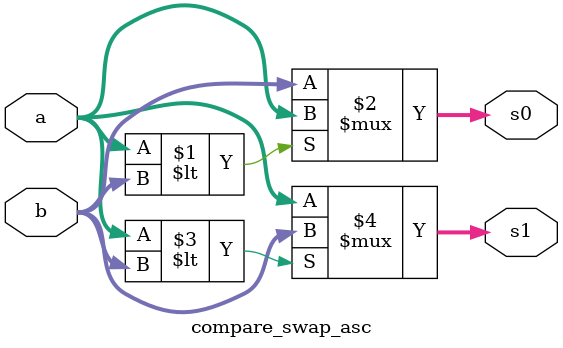
<source format=v>
`timescale 1ns / 1ps


module compare_swap_asc (
    input  signed [15:0] a,
    input  signed [15:0] b,
    output signed [15:0] s0, // min
    output signed [15:0] s1  // max
);
    assign s0 = (a < b) ? a : b;
    assign s1 = (a < b) ? b : a;
endmodule

</source>
